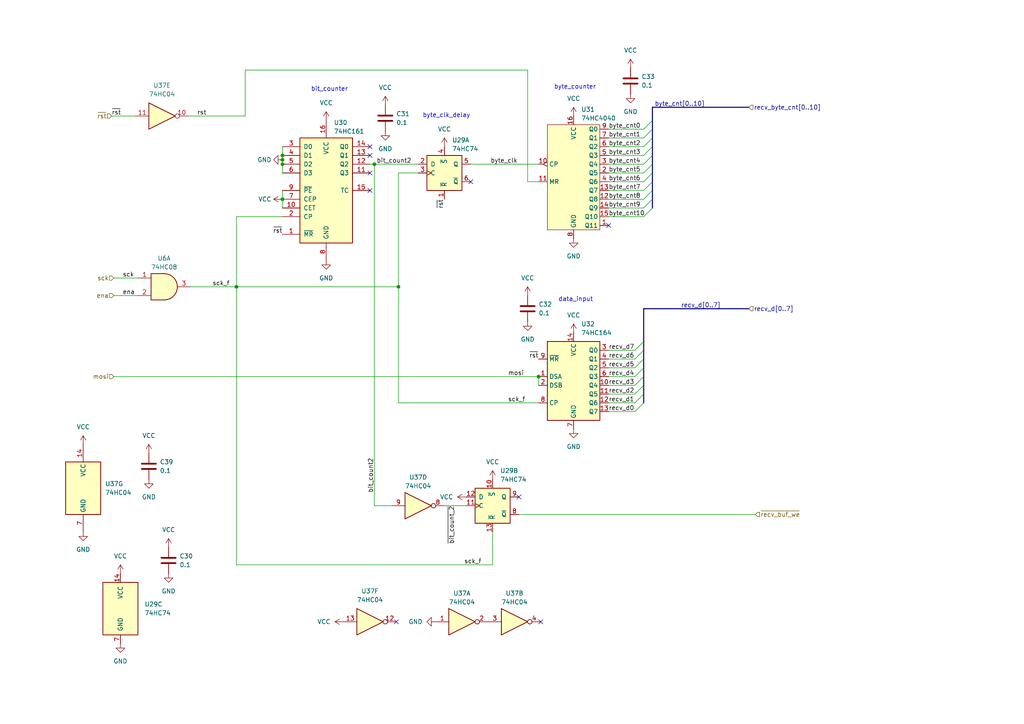
<source format=kicad_sch>
(kicad_sch (version 20230121) (generator eeschema)
  (paper "A4")
  (title_block (title "Receiver module") (date "2023-10-18") (rev "1"))
  (lib_symbols
    (symbol "74xx:74HC04"
      (property "Reference" "U" (at 0 1.27 0))
      (property "Value" "74HC04" (at 0 -1.27 0))
      (symbol "74HC04_1_0"
        (polyline (pts (xy -3.81 3.81) (xy -3.81 -3.81) (xy 3.81 0) (xy -3.81 3.81)) (stroke (width 0.254)) (fill (type background)))
        (pin input line (at -7.62 0 0) (length 3.81) (name "~") (number "1"))
        (pin output inverted (at 7.62 0 180) (length 3.81) (name "~") (number "2"))
      )
      (symbol "74HC04_2_0"
        (polyline (pts (xy -3.81 3.81) (xy -3.81 -3.81) (xy 3.81 0) (xy -3.81 3.81)) (stroke (width 0.254)) (fill (type background)))
        (pin input line (at -7.62 0 0) (length 3.81) (name "~") (number "3"))
        (pin output inverted (at 7.62 0 180) (length 3.81) (name "~") (number "4"))
      )
      (symbol "74HC04_3_0"
        (polyline (pts (xy -3.81 3.81) (xy -3.81 -3.81) (xy 3.81 0) (xy -3.81 3.81)) (stroke (width 0.254)) (fill (type background)))
        (pin input line (at -7.62 0 0) (length 3.81) (name "~") (number "5"))
        (pin output inverted (at 7.62 0 180) (length 3.81) (name "~") (number "6"))
      )
      (symbol "74HC04_4_0"
        (polyline (pts (xy -3.81 3.81) (xy -3.81 -3.81) (xy 3.81 0) (xy -3.81 3.81)) (stroke (width 0.254)) (fill (type background)))
        (pin output inverted (at 7.62 0 180) (length 3.81) (name "~") (number "8"))
        (pin input line (at -7.62 0 0) (length 3.81) (name "~") (number "9"))
      )
      (symbol "74HC04_5_0"
        (polyline (pts (xy -3.81 3.81) (xy -3.81 -3.81) (xy 3.81 0) (xy -3.81 3.81)) (stroke (width 0.254)) (fill (type background)))
        (pin output inverted (at 7.62 0 180) (length 3.81) (name "~") (number "10"))
        (pin input line (at -7.62 0 0) (length 3.81) (name "~") (number "11"))
      )
      (symbol "74HC04_6_0"
        (polyline (pts (xy -3.81 3.81) (xy -3.81 -3.81) (xy 3.81 0) (xy -3.81 3.81)) (stroke (width 0.254)) (fill (type background)))
        (pin output inverted (at 7.62 0 180) (length 3.81) (name "~") (number "12"))
        (pin input line (at -7.62 0 0) (length 3.81) (name "~") (number "13"))
      )
      (symbol "74HC04_7_0"
        (pin power_in line (at 0 12.7 270) (length 5.08) (name "VCC") (number "14"))
        (pin power_in line (at 0 -12.7 90) (length 5.08) (name "GND") (number "7"))
      )
      (symbol "74HC04_7_1"
        (rectangle (start -5.08 7.62) (end 5.08 -7.62) (stroke (width 0.254)) (fill (type background)))
      )
    )
    (symbol "74xx:74HC164"
      (property "Reference" "U" (at 1.905 -13.97 0))
      (property "Value" "74HC164" (at 1.905 -16.51 0))
      (symbol "74HC164_0_1"
        (rectangle (start 7.62 10.16) (end -7.62 -12.7) (stroke (width 0.254)) (fill (type background)))
      )
      (symbol "74HC164_1_1"
        (pin input line (at -10.16 0 0) (length 2.54) (name "DSA") (number "1"))
        (pin output line (at 10.16 -2.54 180) (length 2.54) (name "Q4") (number "10"))
        (pin output line (at 10.16 -5.08 180) (length 2.54) (name "Q5") (number "11"))
        (pin output line (at 10.16 -7.62 180) (length 2.54) (name "Q6") (number "12"))
        (pin output line (at 10.16 -10.16 180) (length 2.54) (name "Q7") (number "13"))
        (pin power_in line (at 0 12.7 270) (length 2.54) (name "VCC") (number "14"))
        (pin input line (at -10.16 -2.54 0) (length 2.54) (name "DSB") (number "2"))
        (pin output line (at 10.16 7.62 180) (length 2.54) (name "Q0") (number "3"))
        (pin output line (at 10.16 5.08 180) (length 2.54) (name "Q1") (number "4"))
        (pin output line (at 10.16 2.54 180) (length 2.54) (name "Q2") (number "5"))
        (pin output line (at 10.16 0 180) (length 2.54) (name "Q3") (number "6"))
        (pin power_in line (at 0 -15.24 90) (length 2.54) (name "GND") (number "7"))
        (pin input line (at -10.16 -7.62 0) (length 2.54) (name "CP") (number "8"))
        (pin input line (at -10.16 5.08 0) (length 2.54) (name "~{MR}") (number "9"))
      )
    )
    (symbol "74xx:74HC74" (pin_names (offset 1.016))
      (property "Reference" "U" (at -7.62 8.89 0))
      (property "Value" "74HC74" (at -7.62 -8.89 0))
      (symbol "74HC74_1_0"
        (pin input line (at 0 -7.62 90) (length 2.54) (name "~{R}") (number "1"))
        (pin input line (at -7.62 2.54 0) (length 2.54) (name "D") (number "2"))
        (pin input clock (at -7.62 0 0) (length 2.54) (name "C") (number "3"))
        (pin input line (at 0 7.62 270) (length 2.54) (name "~{S}") (number "4"))
        (pin output line (at 7.62 2.54 180) (length 2.54) (name "Q") (number "5"))
        (pin output line (at 7.62 -2.54 180) (length 2.54) (name "~{Q}") (number "6"))
      )
      (symbol "74HC74_1_1"
        (rectangle (start -5.08 5.08) (end 5.08 -5.08) (stroke (width 0.254)) (fill (type background)))
      )
      (symbol "74HC74_2_0"
        (pin input line (at 0 7.62 270) (length 2.54) (name "~{S}") (number "10"))
        (pin input clock (at -7.62 0 0) (length 2.54) (name "C") (number "11"))
        (pin input line (at -7.62 2.54 0) (length 2.54) (name "D") (number "12"))
        (pin input line (at 0 -7.62 90) (length 2.54) (name "~{R}") (number "13"))
        (pin output line (at 7.62 -2.54 180) (length 2.54) (name "~{Q}") (number "8"))
        (pin output line (at 7.62 2.54 180) (length 2.54) (name "Q") (number "9"))
      )
      (symbol "74HC74_2_1"
        (rectangle (start -5.08 5.08) (end 5.08 -5.08) (stroke (width 0.254)) (fill (type background)))
      )
      (symbol "74HC74_3_0"
        (pin power_in line (at 0 10.16 270) (length 2.54) (name "VCC") (number "14"))
        (pin power_in line (at 0 -10.16 90) (length 2.54) (name "GND") (number "7"))
      )
      (symbol "74HC74_3_1"
        (rectangle (start -5.08 7.62) (end 5.08 -7.62) (stroke (width 0.254)) (fill (type background)))
      )
    )
    (symbol "74xx:74LS08" (pin_names (offset 1.016))
      (property "Reference" "U" (at 0 1.27 0))
      (property "Value" "74LS08" (at 0 -1.27 0))
      (symbol "74LS08_1_1"
        (arc (start 0 -3.81) (mid 3.7934 0) (end 0 3.81) (stroke (width 0.254)) (fill (type background)))
        (polyline (pts (xy 0 3.81) (xy -3.81 3.81) (xy -3.81 -3.81) (xy 0 -3.81)) (stroke (width 0.254)) (fill (type background)))
        (pin input line (at -7.62 2.54 0) (length 3.81) (name "~") (number "1"))
        (pin input line (at -7.62 -2.54 0) (length 3.81) (name "~") (number "2"))
        (pin output line (at 7.62 0 180) (length 3.81) (name "~") (number "3"))
      )
      (symbol "74LS08_1_2"
        (arc (start -3.81 -3.81) (mid -2.589 0) (end -3.81 3.81) (stroke (width 0.254)))
        (arc (start -0.6096 -3.81) (mid 2.1842 -2.5851) (end 3.81 0) (stroke (width 0.254)) (fill (type background)))
        (polyline (pts (xy -3.81 -3.81) (xy -0.635 -3.81)) (stroke (width 0.254)) (fill (type background)))
        (polyline (pts (xy -3.81 3.81) (xy -0.635 3.81)) (stroke (width 0.254)) (fill (type background)))
        (polyline (pts (xy -0.635 3.81) (xy -3.81 3.81) (xy -3.81 3.81) (xy -3.556 3.4036) (xy -3.0226 2.2606) (xy -2.6924 1.0414) (xy -2.6162 -0.254) (xy -2.7686 -1.4986) (xy -3.175 -2.7178) (xy -3.81 -3.81) (xy -3.81 -3.81) (xy -0.635 -3.81)) (stroke (width -25.4)) (fill (type background)))
        (arc (start 3.81 0) (mid 2.1915 2.5936) (end -0.6096 3.81) (stroke (width 0.254)) (fill (type background)))
        (pin input inverted (at -7.62 2.54 0) (length 4.318) (name "~") (number "1"))
        (pin input inverted (at -7.62 -2.54 0) (length 4.318) (name "~") (number "2"))
        (pin output inverted (at 7.62 0 180) (length 3.81) (name "~") (number "3"))
      )
      (symbol "74LS08_2_1"
        (arc (start 0 -3.81) (mid 3.7934 0) (end 0 3.81) (stroke (width 0.254)) (fill (type background)))
        (polyline (pts (xy 0 3.81) (xy -3.81 3.81) (xy -3.81 -3.81) (xy 0 -3.81)) (stroke (width 0.254)) (fill (type background)))
        (pin input line (at -7.62 2.54 0) (length 3.81) (name "~") (number "4"))
        (pin input line (at -7.62 -2.54 0) (length 3.81) (name "~") (number "5"))
        (pin output line (at 7.62 0 180) (length 3.81) (name "~") (number "6"))
      )
      (symbol "74LS08_2_2"
        (arc (start -3.81 -3.81) (mid -2.589 0) (end -3.81 3.81) (stroke (width 0.254)))
        (arc (start -0.6096 -3.81) (mid 2.1842 -2.5851) (end 3.81 0) (stroke (width 0.254)) (fill (type background)))
        (polyline (pts (xy -3.81 -3.81) (xy -0.635 -3.81)) (stroke (width 0.254)) (fill (type background)))
        (polyline (pts (xy -3.81 3.81) (xy -0.635 3.81)) (stroke (width 0.254)) (fill (type background)))
        (polyline (pts (xy -0.635 3.81) (xy -3.81 3.81) (xy -3.81 3.81) (xy -3.556 3.4036) (xy -3.0226 2.2606) (xy -2.6924 1.0414) (xy -2.6162 -0.254) (xy -2.7686 -1.4986) (xy -3.175 -2.7178) (xy -3.81 -3.81) (xy -3.81 -3.81) (xy -0.635 -3.81)) (stroke (width -25.4)) (fill (type background)))
        (arc (start 3.81 0) (mid 2.1915 2.5936) (end -0.6096 3.81) (stroke (width 0.254)) (fill (type background)))
        (pin input inverted (at -7.62 2.54 0) (length 4.318) (name "~") (number "4"))
        (pin input inverted (at -7.62 -2.54 0) (length 4.318) (name "~") (number "5"))
        (pin output inverted (at 7.62 0 180) (length 3.81) (name "~") (number "6"))
      )
      (symbol "74LS08_3_1"
        (arc (start 0 -3.81) (mid 3.7934 0) (end 0 3.81) (stroke (width 0.254)) (fill (type background)))
        (polyline (pts (xy 0 3.81) (xy -3.81 3.81) (xy -3.81 -3.81) (xy 0 -3.81)) (stroke (width 0.254)) (fill (type background)))
        (pin input line (at -7.62 -2.54 0) (length 3.81) (name "~") (number "10"))
        (pin output line (at 7.62 0 180) (length 3.81) (name "~") (number "8"))
        (pin input line (at -7.62 2.54 0) (length 3.81) (name "~") (number "9"))
      )
      (symbol "74LS08_3_2"
        (arc (start -3.81 -3.81) (mid -2.589 0) (end -3.81 3.81) (stroke (width 0.254)))
        (arc (start -0.6096 -3.81) (mid 2.1842 -2.5851) (end 3.81 0) (stroke (width 0.254)) (fill (type background)))
        (polyline (pts (xy -3.81 -3.81) (xy -0.635 -3.81)) (stroke (width 0.254)) (fill (type background)))
        (polyline (pts (xy -3.81 3.81) (xy -0.635 3.81)) (stroke (width 0.254)) (fill (type background)))
        (polyline (pts (xy -0.635 3.81) (xy -3.81 3.81) (xy -3.81 3.81) (xy -3.556 3.4036) (xy -3.0226 2.2606) (xy -2.6924 1.0414) (xy -2.6162 -0.254) (xy -2.7686 -1.4986) (xy -3.175 -2.7178) (xy -3.81 -3.81) (xy -3.81 -3.81) (xy -0.635 -3.81)) (stroke (width -25.4)) (fill (type background)))
        (arc (start 3.81 0) (mid 2.1915 2.5936) (end -0.6096 3.81) (stroke (width 0.254)) (fill (type background)))
        (pin input inverted (at -7.62 -2.54 0) (length 4.318) (name "~") (number "10"))
        (pin output inverted (at 7.62 0 180) (length 3.81) (name "~") (number "8"))
        (pin input inverted (at -7.62 2.54 0) (length 4.318) (name "~") (number "9"))
      )
      (symbol "74LS08_4_1"
        (arc (start 0 -3.81) (mid 3.7934 0) (end 0 3.81) (stroke (width 0.254)) (fill (type background)))
        (polyline (pts (xy 0 3.81) (xy -3.81 3.81) (xy -3.81 -3.81) (xy 0 -3.81)) (stroke (width 0.254)) (fill (type background)))
        (pin output line (at 7.62 0 180) (length 3.81) (name "~") (number "11"))
        (pin input line (at -7.62 2.54 0) (length 3.81) (name "~") (number "12"))
        (pin input line (at -7.62 -2.54 0) (length 3.81) (name "~") (number "13"))
      )
      (symbol "74LS08_4_2"
        (arc (start -3.81 -3.81) (mid -2.589 0) (end -3.81 3.81) (stroke (width 0.254)))
        (arc (start -0.6096 -3.81) (mid 2.1842 -2.5851) (end 3.81 0) (stroke (width 0.254)) (fill (type background)))
        (polyline (pts (xy -3.81 -3.81) (xy -0.635 -3.81)) (stroke (width 0.254)) (fill (type background)))
        (polyline (pts (xy -3.81 3.81) (xy -0.635 3.81)) (stroke (width 0.254)) (fill (type background)))
        (polyline (pts (xy -0.635 3.81) (xy -3.81 3.81) (xy -3.81 3.81) (xy -3.556 3.4036) (xy -3.0226 2.2606) (xy -2.6924 1.0414) (xy -2.6162 -0.254) (xy -2.7686 -1.4986) (xy -3.175 -2.7178) (xy -3.81 -3.81) (xy -3.81 -3.81) (xy -0.635 -3.81)) (stroke (width -25.4)) (fill (type background)))
        (arc (start 3.81 0) (mid 2.1915 2.5936) (end -0.6096 3.81) (stroke (width 0.254)) (fill (type background)))
        (pin output inverted (at 7.62 0 180) (length 3.81) (name "~") (number "11"))
        (pin input inverted (at -7.62 2.54 0) (length 4.318) (name "~") (number "12"))
        (pin input inverted (at -7.62 -2.54 0) (length 4.318) (name "~") (number "13"))
      )
      (symbol "74LS08_5_0"
        (pin power_in line (at 0 12.7 270) (length 5.08) (name "VCC") (number "14"))
        (pin power_in line (at 0 -12.7 90) (length 5.08) (name "GND") (number "7"))
      )
      (symbol "74LS08_5_1"
        (rectangle (start -5.08 7.62) (end 5.08 -7.62) (stroke (width 0.254)) (fill (type background)))
      )
    )
    (symbol "74xx:74LS161" (pin_names (offset 1.016))
      (property "Reference" "U" (at -7.62 16.51 0))
      (property "Value" "74LS161" (at -7.62 -16.51 0))
      (symbol "74LS161_1_0"
        (pin input line (at -12.7 -12.7 0) (length 5.08) (name "~{MR}") (number "1"))
        (pin input line (at -12.7 -5.08 0) (length 5.08) (name "CET") (number "10"))
        (pin output line (at 12.7 5.08 180) (length 5.08) (name "Q3") (number "11"))
        (pin output line (at 12.7 7.62 180) (length 5.08) (name "Q2") (number "12"))
        (pin output line (at 12.7 10.16 180) (length 5.08) (name "Q1") (number "13"))
        (pin output line (at 12.7 12.7 180) (length 5.08) (name "Q0") (number "14"))
        (pin output line (at 12.7 0 180) (length 5.08) (name "TC") (number "15"))
        (pin power_in line (at 0 20.32 270) (length 5.08) (name "VCC") (number "16"))
        (pin input line (at -12.7 -7.62 0) (length 5.08) (name "CP") (number "2"))
        (pin input line (at -12.7 12.7 0) (length 5.08) (name "D0") (number "3"))
        (pin input line (at -12.7 10.16 0) (length 5.08) (name "D1") (number "4"))
        (pin input line (at -12.7 7.62 0) (length 5.08) (name "D2") (number "5"))
        (pin input line (at -12.7 5.08 0) (length 5.08) (name "D3") (number "6"))
        (pin input line (at -12.7 -2.54 0) (length 5.08) (name "CEP") (number "7"))
        (pin power_in line (at 0 -20.32 90) (length 5.08) (name "GND") (number "8"))
        (pin input line (at -12.7 0 0) (length 5.08) (name "~{PE}") (number "9"))
      )
      (symbol "74LS161_1_1"
        (rectangle (start -7.62 15.24) (end 7.62 -15.24) (stroke (width 0.254)) (fill (type background)))
      )
    )
    (symbol "Device:C" (pin_numbers hide) (pin_names (offset 0.254))
      (property "Reference" "C" (at 0.635 2.54 0))
      (property "Value" "C" (at 0.635 -2.54 0))
      (symbol "C_0_1"
        (polyline (pts (xy -2.032 -0.762) (xy 2.032 -0.762)) (stroke (width 0.508)))
        (polyline (pts (xy -2.032 0.762) (xy 2.032 0.762)) (stroke (width 0.508)))
      )
      (symbol "C_1_1"
        (pin passive line (at 0 3.81 270) (length 2.794) (name "~") (number "1"))
        (pin passive line (at 0 -3.81 90) (length 2.794) (name "~") (number "2"))
      )
    )
    (symbol "eth:74HC4040"
      (property "Reference" "U" (at 6.35 -19.05 0))
      (property "Value" "74HC4040" (at 8.89 -21.59 0))
      (symbol "74HC4040_1_1"
        (rectangle (start -7.62 13.97) (end 7.62 -16.51) (fill (type background)))
        (pin output line (at 10.16 -15.24 180) (length 2.54) (name "Q11") (number "1"))
        (pin input edge_clock_high (at -10.16 2.54 0) (length 2.54) (name "CP") (number "10"))
        (pin input line (at -10.16 -2.54 0) (length 2.54) (name "MR") (number "11"))
        (pin output line (at 10.16 -7.62 180) (length 2.54) (name "Q8") (number "12"))
        (pin output line (at 10.16 -5.08 180) (length 2.54) (name "Q7") (number "13"))
        (pin output line (at 10.16 -10.16 180) (length 2.54) (name "Q9") (number "14"))
        (pin output line (at 10.16 -12.7 180) (length 2.54) (name "Q10") (number "15"))
        (pin power_in line (at 0 16.51 270) (length 2.54) (name "VCC") (number "16"))
        (pin output line (at 10.16 0 180) (length 2.54) (name "Q5") (number "2"))
        (pin output line (at 10.16 2.54 180) (length 2.54) (name "Q4") (number "3"))
        (pin output line (at 10.16 -2.54 180) (length 2.54) (name "Q6") (number "4"))
        (pin output line (at 10.16 5.08 180) (length 2.54) (name "Q3") (number "5"))
        (pin output line (at 10.16 7.62 180) (length 2.54) (name "Q2") (number "6"))
        (pin output line (at 10.16 10.16 180) (length 2.54) (name "Q1") (number "7"))
        (pin power_in line (at 0 -19.05 90) (length 2.54) (name "GND") (number "8"))
        (pin output line (at 10.16 12.7 180) (length 2.54) (name "Q0") (number "9"))
      )
    )
    (symbol "power:GND" (power) (pin_names (offset 0))
      (property "Value" "GND" (at 0 -3.81 0))
      (symbol "GND_0_1"
        (polyline (pts (xy 0 0) (xy 0 -1.27) (xy 1.27 -1.27) (xy 0 -2.54) (xy -1.27 -1.27) (xy 0 -1.27)))
      )
      (symbol "GND_1_1"
        (pin power_in line (at 0 0 270) (length 0) hide (name "GND") (number "1"))
      )
    )
    (symbol "power:VCC" (power) (pin_names (offset 0))
      (property "Value" "VCC" (at 0 3.81 0))
      (symbol "VCC_0_1"
        (polyline (pts (xy -0.762 1.27) (xy 0 2.54)))
        (polyline (pts (xy 0 0) (xy 0 2.54)))
        (polyline (pts (xy 0 2.54) (xy 0.762 1.27)))
      )
      (symbol "VCC_1_1"
        (pin power_in line (at 0 0 90) (length 0) hide (name "VCC") (number "1"))
      )
    )
  )
  (junction (at 156.21 109.22))
  (junction (at 68.58 83.185))
  (junction (at 81.915 45.085))
  (junction (at 81.915 57.785))
  (junction (at 81.915 47.625))
  (junction (at 81.915 46.355))
  (junction (at 108.585 47.625))
  (junction (at 115.57 83.185))
  (no_connect (at 176.53 65.405))
  (no_connect (at 107.315 45.085))
  (no_connect (at 114.935 180.34))
  (no_connect (at 107.315 55.245))
  (no_connect (at 107.315 42.545))
  (no_connect (at 136.525 52.705))
  (no_connect (at 156.845 180.34))
  (no_connect (at 150.495 144.145))
  (no_connect (at 107.315 50.165))
  (bus_entry (at 189.23 40.005) (size -2.54 2.54))
  (bus_entry (at 189.23 47.625) (size -2.54 2.54))
  (bus_entry (at 186.69 99.06) (size -2.54 2.54))
  (bus_entry (at 186.69 111.76) (size -2.54 2.54))
  (bus_entry (at 189.23 52.705) (size -2.54 2.54))
  (bus_entry (at 189.23 37.465) (size -2.54 2.54))
  (bus_entry (at 189.23 34.925) (size -2.54 2.54))
  (bus_entry (at 186.69 114.3) (size -2.54 2.54))
  (bus_entry (at 189.23 55.245) (size -2.54 2.54))
  (bus_entry (at 189.23 50.165) (size -2.54 2.54))
  (bus_entry (at 186.69 104.14) (size -2.54 2.54))
  (bus_entry (at 189.23 57.785) (size -2.54 2.54))
  (bus_entry (at 186.69 109.22) (size -2.54 2.54))
  (bus_entry (at 189.23 45.085) (size -2.54 2.54))
  (bus_entry (at 189.23 60.325) (size -2.54 2.54))
  (bus_entry (at 189.23 42.545) (size -2.54 2.54))
  (bus_entry (at 186.69 106.68) (size -2.54 2.54))
  (bus_entry (at 186.69 101.6) (size -2.54 2.54))
  (bus_entry (at 186.69 116.84) (size -2.54 2.54))
  (bus (pts (xy 186.69 89.535) (xy 217.17 89.535)))
  (wire (pts (xy 176.53 114.3) (xy 184.15 114.3)))
  (bus (pts (xy 189.23 37.465) (xy 189.23 34.925)))
  (wire (pts (xy 176.53 45.085) (xy 186.69 45.085)))
  (wire (pts (xy 153.035 20.32) (xy 153.035 52.705)))
  (bus (pts (xy 189.23 40.005) (xy 189.23 37.465)))
  (wire (pts (xy 150.495 149.225) (xy 219.075 149.225)))
  (wire (pts (xy 115.57 83.185) (xy 115.57 116.84)))
  (bus (pts (xy 186.69 109.22) (xy 186.69 106.68)))
  (wire (pts (xy 108.585 146.685) (xy 113.665 146.685)))
  (wire (pts (xy 184.15 111.76) (xy 176.53 111.76)))
  (wire (pts (xy 176.53 119.38) (xy 184.15 119.38)))
  (wire (pts (xy 81.915 57.785) (xy 81.915 60.325)))
  (bus (pts (xy 189.23 60.325) (xy 189.23 57.785)))
  (wire (pts (xy 33.02 109.22) (xy 156.21 109.22)))
  (wire (pts (xy 176.53 62.865) (xy 186.69 62.865)))
  (wire (pts (xy 184.15 101.6) (xy 176.53 101.6)))
  (wire (pts (xy 33.02 85.725) (xy 40.005 85.725)))
  (wire (pts (xy 176.53 57.785) (xy 186.69 57.785)))
  (wire (pts (xy 156.21 109.22) (xy 156.21 111.76)))
  (bus (pts (xy 186.69 106.68) (xy 186.69 104.14)))
  (bus (pts (xy 189.23 57.785) (xy 189.23 55.245)))
  (wire (pts (xy 71.12 33.655) (xy 71.12 20.32)))
  (bus (pts (xy 189.23 52.705) (xy 189.23 50.165)))
  (wire (pts (xy 115.57 50.165) (xy 121.285 50.165)))
  (wire (pts (xy 176.53 116.84) (xy 184.15 116.84)))
  (wire (pts (xy 81.915 46.355) (xy 81.915 47.625)))
  (bus (pts (xy 186.69 104.14) (xy 186.69 101.6)))
  (bus (pts (xy 189.23 47.625) (xy 189.23 45.085)))
  (wire (pts (xy 108.585 47.625) (xy 108.585 146.685)))
  (wire (pts (xy 176.53 60.325) (xy 186.69 60.325)))
  (wire (pts (xy 68.58 163.83) (xy 142.875 163.83)))
  (wire (pts (xy 136.525 47.625) (xy 156.21 47.625)))
  (bus (pts (xy 186.69 99.06) (xy 186.69 89.535)))
  (wire (pts (xy 81.915 55.245) (xy 81.915 57.785)))
  (wire (pts (xy 186.69 37.465) (xy 176.53 37.465)))
  (wire (pts (xy 54.61 33.655) (xy 71.12 33.655)))
  (bus (pts (xy 189.23 50.165) (xy 189.23 47.625)))
  (bus (pts (xy 186.69 101.6) (xy 186.69 99.06)))
  (wire (pts (xy 115.57 116.84) (xy 156.21 116.84)))
  (bus (pts (xy 189.23 45.085) (xy 189.23 42.545)))
  (wire (pts (xy 108.585 47.625) (xy 121.285 47.625)))
  (bus (pts (xy 186.69 116.84) (xy 186.69 114.3)))
  (wire (pts (xy 176.53 42.545) (xy 186.69 42.545)))
  (bus (pts (xy 189.23 55.245) (xy 189.23 52.705)))
  (wire (pts (xy 71.12 20.32) (xy 153.035 20.32)))
  (wire (pts (xy 81.915 47.625) (xy 81.915 50.165)))
  (wire (pts (xy 68.58 83.185) (xy 68.58 62.865)))
  (wire (pts (xy 176.53 40.005) (xy 186.69 40.005)))
  (wire (pts (xy 32.385 33.655) (xy 39.37 33.655)))
  (wire (pts (xy 107.315 47.625) (xy 108.585 47.625)))
  (wire (pts (xy 128.905 146.685) (xy 135.255 146.685)))
  (wire (pts (xy 68.58 62.865) (xy 81.915 62.865)))
  (wire (pts (xy 176.53 106.68) (xy 184.15 106.68)))
  (wire (pts (xy 81.915 42.545) (xy 81.915 45.085)))
  (wire (pts (xy 176.53 104.14) (xy 184.15 104.14)))
  (wire (pts (xy 176.53 55.245) (xy 186.69 55.245)))
  (wire (pts (xy 142.875 163.83) (xy 142.875 154.305)))
  (wire (pts (xy 153.035 52.705) (xy 156.21 52.705)))
  (wire (pts (xy 115.57 83.185) (xy 115.57 50.165)))
  (bus (pts (xy 189.23 31.115) (xy 217.17 31.115)))
  (wire (pts (xy 68.58 83.185) (xy 68.58 163.83)))
  (wire (pts (xy 176.53 109.22) (xy 184.15 109.22)))
  (wire (pts (xy 176.53 47.625) (xy 186.69 47.625)))
  (wire (pts (xy 176.53 52.705) (xy 186.69 52.705)))
  (bus (pts (xy 189.23 31.115) (xy 189.23 34.925)))
  (wire (pts (xy 81.915 45.085) (xy 81.915 46.355)))
  (bus (pts (xy 186.69 114.3) (xy 186.69 111.76)))
  (wire (pts (xy 176.53 50.165) (xy 186.69 50.165)))
  (wire (pts (xy 68.58 83.185) (xy 115.57 83.185)))
  (bus (pts (xy 186.69 111.76) (xy 186.69 109.22)))
  (wire (pts (xy 55.245 83.185) (xy 68.58 83.185)))
  (bus (pts (xy 189.23 42.545) (xy 189.23 40.005)))
  (wire (pts (xy 33.02 80.645) (xy 40.005 80.645)))
  (text "byte_clk_delay" (at 122.555 34.29 0) (effects (font (size 1.27 1.27)) (justify left bottom)))
  (text "data_input" (at 161.925 87.63 0) (effects (font (size 1.27 1.27)) (justify left bottom)))
  (text "bit_counter" (at 90.17 26.67 0) (effects (font (size 1.27 1.27)) (justify left bottom)))
  (text "byte_counter" (at 160.655 26.035 0) (effects (font (size 1.27 1.27)) (justify left bottom)))
  (label "bit_count2" (at 108.585 142.875 90))
  (label "recv_d3" (at 176.53 111.76 0))
  (label "byte_cnt[0..10]" (at 189.865 31.115 0))
  (label "recv_d2" (at 176.53 114.3 0))
  (label "recv_d7" (at 176.53 101.6 0))
  (label "byte_cnt9" (at 176.53 60.325 0))
  (label "byte_clk" (at 142.24 47.625 0))
  (label "byte_cnt7" (at 176.53 55.245 0))
  (label "~{rst}" (at 81.915 67.945 180))
  (label "recv_d5" (at 176.53 106.68 0))
  (label "~{bit_count_2}" (at 132.08 146.685 270))
  (label "rst" (at 57.15 33.655 0))
  (label "recv_d0" (at 176.53 119.38 0))
  (label "sck_f" (at 147.32 116.84 0))
  (label "mosi" (at 147.32 109.22 0))
  (label "byte_cnt2" (at 176.53 42.545 0))
  (label "recv_d6" (at 176.53 104.14 0))
  (label "bit_count2" (at 109.22 47.625 0))
  (label "~{rst}" (at 128.905 57.785 270))
  (label "byte_cnt1" (at 176.53 40.005 0))
  (label "recv_d1" (at 176.53 116.84 0))
  (label "recv_d[0..7]" (at 197.485 89.535 0))
  (label "byte_cnt8" (at 176.53 57.785 0))
  (label "~{rst}" (at 32.385 33.655 0))
  (label "byte_cnt5" (at 176.53 50.165 0))
  (label "sck_f" (at 134.62 163.83 0))
  (label "recv_d4" (at 176.53 109.22 0))
  (label "ena" (at 35.56 85.725 0))
  (label "byte_cnt6" (at 176.53 52.705 0))
  (label "byte_cnt0" (at 176.53 37.465 0))
  (label "byte_cnt10" (at 176.53 62.865 0))
  (label "sck_f" (at 61.595 83.185 0))
  (label "sck" (at 35.56 80.645 0))
  (label "byte_cnt3" (at 176.53 45.085 0))
  (label "byte_cnt4" (at 176.53 47.625 0))
  (label "~{rst}" (at 156.21 104.14 180))
  (hierarchical_label "ena" (shape input) (at 33.02 85.725 180))
  (hierarchical_label "mosi" (shape input) (at 33.02 109.22 180))
  (hierarchical_label "sck" (shape input) (at 33.02 80.645 180))
  (hierarchical_label "~{recv_buf_we}" (shape input) (at 219.075 149.225 0))
  (hierarchical_label "recv_byte_cnt[0..10]" (shape input) (at 217.17 31.115 0))
  (hierarchical_label "~{rst}" (shape input) (at 32.385 33.655 180))
  (hierarchical_label "recv_d[0..7]" (shape input) (at 217.17 89.535 0))
  (symbol (lib_id "power:GND") (at 34.925 186.69 0) (unit 1)
    (property "Reference" "#PWR0160" (effects hide))
    (property "Value" "GND" (at 34.925 191.77 0))
  )
  (symbol (lib_id "74xx:74HC04") (at 121.285 146.685 0) (unit 4)
    (property "Reference" "U37" (at 121.285 138.43 0))
    (property "Value" "74HC04" (at 121.285 140.97 0))
    (property "Footprint" "Package_SO:TSSOP-14_4.4x5mm_P0.65mm" (effects hide))
    (property "Datasheet" "https://assets.nexperia.com/documents/data-sheet/74HC_HCT04.pdf" (effects hide))
  )
  (symbol (lib_id "74xx:74HC04") (at 24.13 141.605 0) (unit 7)
    (property "Reference" "U37" (at 30.48 140.335 0) (effects (justify left)))
    (property "Value" "74HC04" (at 30.48 142.875 0) (effects (justify left)))
    (property "Footprint" "Package_SO:TSSOP-14_4.4x5mm_P0.65mm" (effects hide))
    (property "Datasheet" "https://assets.nexperia.com/documents/data-sheet/74HC_HCT04.pdf" (effects hide))
  )
  (symbol (lib_id "power:VCC") (at 81.915 57.785 90) (unit 1)
    (property "Reference" "#PWR0164" (effects hide))
    (property "Value" "VCC" (at 78.74 57.785 90) (effects (justify left)))
  )
  (symbol (lib_id "power:VCC") (at 166.37 33.655 0) (unit 1)
    (property "Reference" "#PWR0174" (effects hide))
    (property "Value" "VCC" (at 166.37 28.575 0))
  )
  (symbol (lib_id "power:VCC") (at 182.88 19.685 0) (unit 1)
    (property "Reference" "#PWR0178" (effects hide))
    (property "Value" "VCC" (at 182.88 14.605 0))
  )
  (symbol (lib_id "power:GND") (at 43.18 139.065 0) (unit 1)
    (property "Reference" "#PWR0212" (effects hide))
    (property "Value" "GND" (at 43.18 144.145 0))
  )
  (symbol (lib_id "74xx:74HC04") (at 133.985 180.34 0) (unit 1)
    (property "Reference" "U37" (at 133.985 172.085 0))
    (property "Value" "74HC04" (at 133.985 174.625 0))
    (property "Footprint" "Package_SO:TSSOP-14_4.4x5mm_P0.65mm" (effects hide))
    (property "Datasheet" "https://assets.nexperia.com/documents/data-sheet/74HC_HCT04.pdf" (effects hide))
  )
  (symbol (lib_id "74xx:74HC164") (at 166.37 109.22 0) (unit 1)
    (property "Reference" "U32" (at 168.5641 93.98 0) (effects (justify left)))
    (property "Value" "74HC164" (at 168.5641 96.52 0) (effects (justify left)))
    (property "Footprint" "Package_SO:TSSOP-14_4.4x5mm_P0.65mm" (effects hide))
    (property "Datasheet" "https://assets.nexperia.com/documents/data-sheet/74HC_HCT164.pdf" (effects hide))
  )
  (symbol (lib_id "Device:C") (at 48.895 162.56 0) (unit 1)
    (property "Reference" "C30" (at 52.07 161.29 0) (effects (justify left)))
    (property "Value" "0.1" (at 52.07 163.83 0) (effects (justify left)))
    (property "Footprint" "Capacitor_SMD:C_0805_2012Metric" (effects hide))
  )
  (symbol (lib_id "power:GND") (at 153.035 93.345 0) (unit 1)
    (property "Reference" "#PWR0173" (effects hide))
    (property "Value" "GND" (at 153.035 98.425 0))
  )
  (symbol (lib_id "74xx:74HC04") (at 149.225 180.34 0) (unit 2)
    (property "Reference" "U37" (at 149.225 172.085 0))
    (property "Value" "74HC04" (at 149.225 174.625 0))
    (property "Footprint" "Package_SO:TSSOP-14_4.4x5mm_P0.65mm" (effects hide))
    (property "Datasheet" "https://assets.nexperia.com/documents/data-sheet/74HC_HCT04.pdf" (effects hide))
  )
  (symbol (lib_id "74xx:74HC04") (at 107.315 180.34 0) (unit 6)
    (property "Reference" "U37" (at 107.315 171.45 0))
    (property "Value" "74HC04" (at 107.315 173.99 0))
    (property "Footprint" "Package_SO:TSSOP-14_4.4x5mm_P0.65mm" (effects hide))
    (property "Datasheet" "https://assets.nexperia.com/documents/data-sheet/74HC_HCT04.pdf" (effects hide))
  )
  (symbol (lib_id "power:VCC") (at 111.76 30.48 0) (unit 1)
    (property "Reference" "#PWR0167" (effects hide))
    (property "Value" "VCC" (at 111.76 25.4 0))
  )
  (symbol (lib_id "power:GND") (at 166.37 124.46 0) (unit 1)
    (property "Reference" "#PWR0177" (effects hide))
    (property "Value" "GND" (at 166.37 129.54 0))
  )
  (symbol (lib_id "Device:C") (at 111.76 34.29 0) (unit 1)
    (property "Reference" "C31" (at 114.935 33.02 0) (effects (justify left)))
    (property "Value" "0.1" (at 114.935 35.56 0) (effects (justify left)))
    (property "Footprint" "Capacitor_SMD:C_0805_2012Metric" (effects hide))
  )
  (symbol (lib_id "power:VCC") (at 153.035 85.725 0) (unit 1)
    (property "Reference" "#PWR0172" (effects hide))
    (property "Value" "VCC" (at 153.035 80.645 0))
  )
  (symbol (lib_id "Device:C") (at 43.18 135.255 0) (unit 1)
    (property "Reference" "C39" (at 46.355 133.985 0) (effects (justify left)))
    (property "Value" "0.1" (at 46.355 136.525 0) (effects (justify left)))
    (property "Footprint" "Capacitor_SMD:C_0805_2012Metric" (effects hide))
  )
  (symbol (lib_id "power:VCC") (at 48.895 158.75 0) (unit 1)
    (property "Reference" "#PWR0161" (effects hide))
    (property "Value" "VCC" (at 48.895 153.67 0))
  )
  (symbol (lib_id "power:VCC") (at 128.905 42.545 0) (unit 1)
    (property "Reference" "#PWR0169" (effects hide))
    (property "Value" "VCC" (at 128.905 37.465 0))
  )
  (symbol (lib_id "power:VCC") (at 34.925 166.37 0) (unit 1)
    (property "Reference" "#PWR0159" (effects hide))
    (property "Value" "VCC" (at 34.925 161.29 0))
  )
  (symbol (lib_id "74xx:74LS08") (at 47.625 83.185 0) (unit 1)
    (property "Reference" "U6" (at 47.6167 74.93 0))
    (property "Value" "74HC08" (at 47.6167 77.47 0))
    (property "Footprint" "Package_SO:TSSOP-14_4.4x5mm_P0.65mm" (effects hide))
    (property "Datasheet" "http://www.ti.com/lit/gpn/sn74LS08" (effects hide))
  )
  (symbol (lib_id "74xx:74HC74") (at 128.905 50.165 0) (unit 1)
    (property "Reference" "U29" (at 131.0991 40.64 0) (effects (justify left)))
    (property "Value" "74HC74" (at 131.0991 43.18 0) (effects (justify left)))
    (property "Footprint" "Package_SO:TSSOP-14_4.4x5mm_P0.65mm" (effects hide))
    (property "Datasheet" "74xx/74hc_hct74.pdf" (effects hide))
  )
  (symbol (lib_id "power:GND") (at 126.365 180.34 270) (unit 1)
    (property "Reference" "#PWR0208" (effects hide))
    (property "Value" "GND" (at 122.555 180.34 90) (effects (justify right)))
  )
  (symbol (lib_id "power:GND") (at 24.13 154.305 0) (unit 1)
    (property "Reference" "#PWR0210" (effects hide))
    (property "Value" "GND" (at 24.13 159.385 0))
  )
  (symbol (lib_id "power:VCC") (at 166.37 96.52 0) (unit 1)
    (property "Reference" "#PWR0176" (effects hide))
    (property "Value" "VCC" (at 166.37 91.44 0))
  )
  (symbol (lib_id "power:VCC") (at 43.18 131.445 0) (unit 1)
    (property "Reference" "#PWR0211" (effects hide))
    (property "Value" "VCC" (at 43.18 126.365 0))
  )
  (symbol (lib_id "74xx:74HC74") (at 34.925 176.53 0) (unit 3)
    (property "Reference" "U29" (at 41.91 175.26 0) (effects (justify left)))
    (property "Value" "74HC74" (at 41.91 177.8 0) (effects (justify left)))
    (property "Footprint" "Package_SO:TSSOP-14_4.4x5mm_P0.65mm" (effects hide))
    (property "Datasheet" "74xx/74hc_hct74.pdf" (effects hide))
  )
  (symbol (lib_id "power:VCC") (at 99.695 180.34 90) (unit 1)
    (property "Reference" "#PWR0209" (effects hide))
    (property "Value" "VCC" (at 95.885 180.34 90) (effects (justify left)))
  )
  (symbol (lib_id "power:GND") (at 111.76 38.1 0) (unit 1)
    (property "Reference" "#PWR0168" (effects hide))
    (property "Value" "GND" (at 111.76 43.18 0))
  )
  (symbol (lib_id "power:GND") (at 48.895 166.37 0) (unit 1)
    (property "Reference" "#PWR0162" (effects hide))
    (property "Value" "GND" (at 48.895 171.45 0))
  )
  (symbol (lib_id "power:GND") (at 166.37 69.215 0) (unit 1)
    (property "Reference" "#PWR0175" (effects hide))
    (property "Value" "GND" (at 166.37 74.295 0))
  )
  (symbol (lib_id "power:VCC") (at 142.875 139.065 0) (unit 1)
    (property "Reference" "#PWR0171" (effects hide))
    (property "Value" "VCC" (at 142.875 133.985 0))
  )
  (symbol (lib_id "Device:C") (at 182.88 23.495 0) (unit 1)
    (property "Reference" "C33" (at 186.055 22.225 0) (effects (justify left)))
    (property "Value" "0.1" (at 186.055 24.765 0) (effects (justify left)))
    (property "Footprint" "Capacitor_SMD:C_0805_2012Metric" (effects hide))
  )
  (symbol (lib_id "74xx:74HC74") (at 142.875 146.685 0) (unit 2)
    (property "Reference" "U29" (at 145.0691 136.525 0) (effects (justify left)))
    (property "Value" "74HC74" (at 145.0691 139.065 0) (effects (justify left)))
    (property "Footprint" "Package_SO:TSSOP-14_4.4x5mm_P0.65mm" (effects hide))
    (property "Datasheet" "74xx/74hc_hct74.pdf" (effects hide))
  )
  (symbol (lib_id "Device:C") (at 153.035 89.535 0) (unit 1)
    (property "Reference" "C32" (at 156.21 88.265 0) (effects (justify left)))
    (property "Value" "0.1" (at 156.21 90.805 0) (effects (justify left)))
    (property "Footprint" "Capacitor_SMD:C_0805_2012Metric" (effects hide))
  )
  (symbol (lib_id "power:VCC") (at 94.615 34.925 0) (unit 1)
    (property "Reference" "#PWR0165" (effects hide))
    (property "Value" "VCC" (at 94.615 29.845 0))
  )
  (symbol (lib_id "74xx:74HC04") (at 46.99 33.655 0) (unit 5)
    (property "Reference" "U37" (at 46.99 24.765 0))
    (property "Value" "74HC04" (at 46.99 27.305 0))
    (property "Footprint" "Package_SO:TSSOP-14_4.4x5mm_P0.65mm" (effects hide))
    (property "Datasheet" "https://assets.nexperia.com/documents/data-sheet/74HC_HCT04.pdf" (effects hide))
  )
  (symbol (lib_id "power:VCC") (at 24.13 128.905 0) (unit 1)
    (property "Reference" "#PWR0213" (effects hide))
    (property "Value" "VCC" (at 24.13 123.825 0))
  )
  (symbol (lib_id "eth:74HC4040") (at 166.37 50.165 0) (unit 1)
    (property "Reference" "U31" (at 168.5641 31.75 0) (effects (justify left)))
    (property "Value" "74HC4040" (at 168.5641 34.29 0) (effects (justify left)))
    (property "Footprint" "Package_SO:TSSOP-16_4.4x5mm_P0.65mm" (effects hide))
    (property "Datasheet" "https://www.mouser.com/datasheet/2/302/74HC_HCT4040-839700.pdf" (effects hide))
  )
  (symbol (lib_id "74xx:74LS161") (at 94.615 55.245 0) (unit 1)
    (property "Reference" "U30" (at 96.8091 35.56 0) (effects (justify left)))
    (property "Value" "74HC161" (at 96.8091 38.1 0) (effects (justify left)))
    (property "Footprint" "Package_SO:TSSOP-16_4.4x5mm_P0.65mm" (effects hide))
    (property "Datasheet" "http://www.ti.com/lit/gpn/sn74LS161" (effects hide))
  )
  (symbol (lib_id "power:GND") (at 94.615 75.565 0) (unit 1)
    (property "Reference" "#PWR0166" (effects hide))
    (property "Value" "GND" (at 94.615 80.645 0))
  )
  (symbol (lib_id "power:GND") (at 81.915 46.355 270) (unit 1)
    (property "Reference" "#PWR0163" (effects hide))
    (property "Value" "GND" (at 78.74 46.355 90) (effects (justify right)))
  )
  (symbol (lib_id "power:GND") (at 182.88 27.305 0) (unit 1)
    (property "Reference" "#PWR0179" (effects hide))
    (property "Value" "GND" (at 182.88 32.385 0))
  )
  (symbol (lib_id "power:VCC") (at 135.255 144.145 90) (unit 1)
    (property "Reference" "#PWR0170" (effects hide))
    (property "Value" "VCC" (at 131.445 144.145 90) (effects (justify left)))
  )
)
</source>
